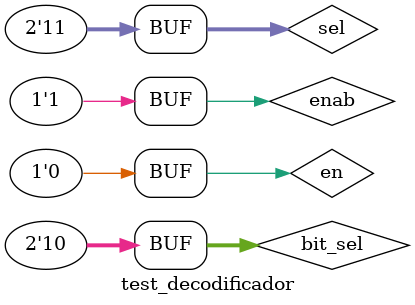
<source format=v>
`timescale 1ns/1ns

module test_decodificador; //necesitamos un reset global.

reg en;
reg [1:0] sel;
  
wire [3:0] out;
  
reg enab;
  
reg [1:0] bit_sel;
  
wire [3:0] sort;
  
decodificador dut(en,sel,out,enab,bit_sel,sort);

initial 
begin

en = 1'b1;
sel = 2'b00;
#50;

enab = 1'b1;
bit_sel = 2'b00;
#50;

en = 1'b1;
sel = 2'b01;  
#50;

enab = 1'b1;
bit_sel = 2'b01;
#50;

en = 1'b1;
sel = 2'b10;
#50;

enab = 1'b1;
bit_sel = 2'b10;
#50;

en = 1'b1;
sel = 2'b11;
#50;

enab = 1'b1;
bit_sel = 2'b11;
#50;

en = 1'b0;
sel = 2'b00;
#50;

enab = 1'b0;
bit_sel = 2'b00;
#50;

en = 1'b0;
sel = 2'b01;
#50;

enab = 1'b0;
bit_sel = 2'b01;
#50;

en = 1'b0;
sel = 2'b10;
#50;

enab = 1'b1;
bit_sel = 2'b10;
#50;

en = 1'b0;
sel = 2'b11;

end
endmodule








 






</source>
